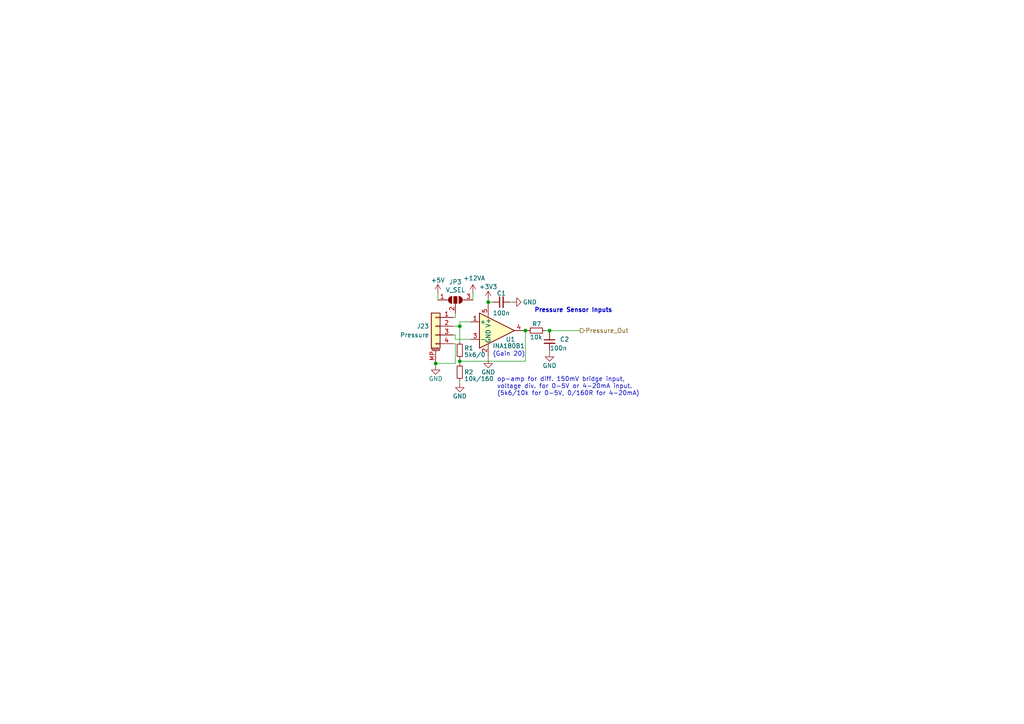
<source format=kicad_sch>
(kicad_sch (version 20211123) (generator eeschema)
  (paper "A4")
  (lib_symbols
    (symbol "Connector_Generic_MountingPin:Conn_01x04_MountingPin" (pin_names (offset 1.016) hide)
      (property "Reference" "J" (at 0 5.08 0))
      (property "Value" "Conn_01x04_MountingPin" (at 1.27 -7.62 0))
      (symbol "Conn_01x04_MountingPin_1_1"
        (rectangle (start -1.27 -4.953) (end 0 -5.207) (stroke (width 0.1524)))
        (rectangle (start -1.27 -2.413) (end 0 -2.667) (stroke (width 0.1524)))
        (rectangle (start -1.27 0.127) (end 0 -0.127) (stroke (width 0.1524)))
        (rectangle (start -1.27 2.667) (end 0 2.413) (stroke (width 0.1524)))
        (rectangle (start -1.27 3.81) (end 1.27 -6.35) (stroke (width 0.254)) (fill (type background)))
        (polyline (pts (xy -1.016 -7.112) (xy 1.016 -7.112)) (stroke (width 0.1524)))
        (text "Mounting" (at 0 -6.731 0) (effects (font (size 0.381 0.381))))
        (pin passive line (at -5.08 2.54 0) (length 3.81) (name "Pin_1") (number "1"))
        (pin passive line (at -5.08 0 0) (length 3.81) (name "Pin_2") (number "2"))
        (pin passive line (at -5.08 -2.54 0) (length 3.81) (name "Pin_3") (number "3"))
        (pin passive line (at -5.08 -5.08 0) (length 3.81) (name "Pin_4") (number "4"))
        (pin passive line (at 0 -10.16 90) (length 3.048) (name "MountPin") (number "MP"))
      )
    )
    (symbol "Device:C_Small" (pin_numbers hide) (pin_names (offset 0.254) hide)
      (property "Reference" "C" (at 0.254 1.778 0))
      (property "Value" "C_Small" (at 0.254 -2.032 0))
      (symbol "C_Small_0_1"
        (polyline (pts (xy -1.524 -0.508) (xy 1.524 -0.508)) (stroke (width 0.3302)))
        (polyline (pts (xy -1.524 0.508) (xy 1.524 0.508)) (stroke (width 0.3048)))
      )
      (symbol "C_Small_1_1"
        (pin passive line (at 0 2.54 270) (length 2.032) (name "~") (number "1"))
        (pin passive line (at 0 -2.54 90) (length 2.032) (name "~") (number "2"))
      )
    )
    (symbol "Device:R_Small" (pin_numbers hide) (pin_names (offset 0.254) hide)
      (property "Reference" "R" (at 0.762 0.508 0))
      (property "Value" "R_Small" (at 0.762 -1.016 0))
      (symbol "R_Small_0_1"
        (rectangle (start -0.762 1.778) (end 0.762 -1.778) (stroke (width 0.2032)))
      )
      (symbol "R_Small_1_1"
        (pin passive line (at 0 2.54 270) (length 0.762) (name "~") (number "1"))
        (pin passive line (at 0 -2.54 90) (length 0.762) (name "~") (number "2"))
      )
    )
    (symbol "Jumper:SolderJumper_3_Open" (pin_names (offset 0) hide)
      (property "Reference" "JP" (at -2.54 -2.54 0))
      (property "Value" "SolderJumper_3_Open" (at 0 2.794 0))
      (symbol "SolderJumper_3_Open_0_1"
        (arc (start -1.016 1.016) (mid -2.032 0) (end -1.016 -1.016))
        (arc (start -1.016 1.016) (mid -2.032 0) (end -1.016 -1.016) (fill (type outline)))
        (rectangle (start -0.508 1.016) (end 0.508 -1.016) (fill (type outline)))
        (polyline (pts (xy -2.54 0) (xy -2.032 0)))
        (polyline (pts (xy -1.016 1.016) (xy -1.016 -1.016)))
        (polyline (pts (xy 0 -1.27) (xy 0 -1.016)))
        (polyline (pts (xy 1.016 1.016) (xy 1.016 -1.016)))
        (polyline (pts (xy 2.54 0) (xy 2.032 0)))
        (arc (start 1.016 -1.016) (mid 2.032 0) (end 1.016 1.016))
        (arc (start 1.016 -1.016) (mid 2.032 0) (end 1.016 1.016) (fill (type outline)))
      )
      (symbol "SolderJumper_3_Open_1_1"
        (pin passive line (at -5.08 0 0) (length 2.54) (name "A") (number "1"))
        (pin input line (at 0 -3.81 90) (length 2.54) (name "C") (number "2"))
        (pin passive line (at 5.08 0 180) (length 2.54) (name "B") (number "3"))
      )
    )
    (symbol "TXV_LIB:INA180B" (pin_names (offset 0.127))
      (property "Reference" "U" (at 3.81 3.81 0))
      (property "Value" "INA180B" (at 3.81 -2.54 0))
      (symbol "INA180B_0_1"
        (polyline (pts (xy 5.08 0) (xy -5.08 5.08) (xy -5.08 -5.08) (xy 5.08 0)) (stroke (width 0.254)) (fill (type background)))
      )
      (symbol "INA180B_1_1"
        (pin input line (at -7.62 2.54 0) (length 2.54) (name "+") (number "1"))
        (pin power_in line (at -2.54 -7.62 90) (length 3.81) (name "GND") (number "2"))
        (pin input line (at -7.62 -2.54 0) (length 2.54) (name "-") (number "3"))
        (pin output line (at 7.62 0 180) (length 2.54) (name "~") (number "4"))
        (pin power_in line (at -2.54 7.62 270) (length 3.81) (name "V+") (number "5"))
      )
    )
    (symbol "power:+12VA" (power) (pin_names (offset 0))
      (property "Value" "+12VA" (at 0 3.556 0))
      (symbol "+12VA_0_1"
        (polyline (pts (xy -0.762 1.27) (xy 0 2.54)))
        (polyline (pts (xy 0 0) (xy 0 2.54)))
        (polyline (pts (xy 0 2.54) (xy 0.762 1.27)))
      )
      (symbol "+12VA_1_1"
        (pin power_in line (at 0 0 90) (length 0) hide (name "+12VA") (number "1"))
      )
    )
    (symbol "power:+3V3" (power) (pin_names (offset 0))
      (property "Value" "+3V3" (at 0 3.556 0))
      (symbol "+3V3_0_1"
        (polyline (pts (xy -0.762 1.27) (xy 0 2.54)))
        (polyline (pts (xy 0 0) (xy 0 2.54)))
        (polyline (pts (xy 0 2.54) (xy 0.762 1.27)))
      )
      (symbol "+3V3_1_1"
        (pin power_in line (at 0 0 90) (length 0) hide (name "+3V3") (number "1"))
      )
    )
    (symbol "power:+5V" (power) (pin_names (offset 0))
      (property "Value" "+5V" (at 0 3.556 0))
      (symbol "+5V_0_1"
        (polyline (pts (xy -0.762 1.27) (xy 0 2.54)))
        (polyline (pts (xy 0 0) (xy 0 2.54)))
        (polyline (pts (xy 0 2.54) (xy 0.762 1.27)))
      )
      (symbol "+5V_1_1"
        (pin power_in line (at 0 0 90) (length 0) hide (name "+5V") (number "1"))
      )
    )
    (symbol "power:GND" (power) (pin_names (offset 0))
      (property "Value" "GND" (at 0 -3.81 0))
      (symbol "GND_0_1"
        (polyline (pts (xy 0 0) (xy 0 -1.27) (xy 1.27 -1.27) (xy 0 -2.54) (xy -1.27 -1.27) (xy 0 -1.27)))
      )
      (symbol "GND_1_1"
        (pin power_in line (at 0 0 270) (length 0) hide (name "GND") (number "1"))
      )
    )
  )
  (junction (at 133.35 94.615))
  (junction (at 141.605 87.63))
  (junction (at 159.385 95.885))
  (junction (at 133.35 104.775))
  (junction (at 152.4 95.885))
  (junction (at 126.365 105.41))
  (wire (pts (xy 142.875 87.63) (xy 141.605 87.63)))
  (wire (pts (xy 141.605 88.265) (xy 141.605 87.63)))
  (wire (pts (xy 133.35 93.345) (xy 136.525 93.345)))
  (wire (pts (xy 152.4 95.885) (xy 151.765 95.885)))
  (wire (pts (xy 133.35 111.125) (xy 133.35 110.49)))
  (wire (pts (xy 133.35 104.775) (xy 133.35 105.41)))
  (wire (pts (xy 126.365 105.41) (xy 132.08 105.41)))
  (wire (pts (xy 133.35 94.615) (xy 131.445 94.615)))
  (wire (pts (xy 158.115 95.885) (xy 159.385 95.885)))
  (wire (pts (xy 133.35 93.345) (xy 133.35 94.615)))
  (wire (pts (xy 132.08 105.41) (xy 132.08 99.695)))
  (wire (pts (xy 152.4 104.775) (xy 152.4 95.885)))
  (wire (pts (xy 132.08 98.425) (xy 136.525 98.425)))
  (wire (pts (xy 133.35 104.775) (xy 152.4 104.775)))
  (wire (pts (xy 159.385 95.885) (xy 168.275 95.885)))
  (wire (pts (xy 153.035 95.885) (xy 152.4 95.885)))
  (wire (pts (xy 132.08 90.805) (xy 132.08 92.075)))
  (wire (pts (xy 127 85.09) (xy 127 86.995)))
  (wire (pts (xy 126.365 105.41) (xy 126.365 106.045)))
  (wire (pts (xy 132.08 99.695) (xy 131.445 99.695)))
  (wire (pts (xy 159.385 95.885) (xy 159.385 96.52)))
  (wire (pts (xy 148.59 87.63) (xy 147.955 87.63)))
  (wire (pts (xy 133.35 94.615) (xy 133.35 99.06)))
  (wire (pts (xy 132.08 92.075) (xy 131.445 92.075)))
  (wire (pts (xy 132.08 97.155) (xy 131.445 97.155)))
  (wire (pts (xy 133.35 104.14) (xy 133.35 104.775)))
  (wire (pts (xy 132.08 98.425) (xy 132.08 97.155)))
  (wire (pts (xy 137.16 85.09) (xy 137.16 86.995)))
  (wire (pts (xy 141.605 87.63) (xy 141.605 86.995)))
  (wire (pts (xy 126.365 104.775) (xy 126.365 105.41)))
  (wire (pts (xy 159.385 102.235) (xy 159.385 101.6)))
  (wire (pts (xy 141.605 104.14) (xy 141.605 103.505)))
  (text "op-amp for diff. 150mV bridge input,\nvoltage div. for 0-5V or 4-20mA input.\n(5k6/10k for 0-5V, 0/160R for 4-20mA)" (at 144.145 114.935 0) (effects (font (size 1.27 1.27)) (justify left bottom)))
  (text "Pressure Sensor Inputs" (at 154.94 90.805 0) (effects (font (size 1.27 1.27) (thickness 0.254) bold) (justify left bottom)))
  (text "(Gain 20)" (at 142.875 103.505 0) (effects (font (size 1.27 1.27)) (justify left bottom)))
  (hierarchical_label "Pressure_Out" (shape output) (at 168.275 95.885 0))
  (symbol (lib_id "power:GND") (at 126.365 106.045 0) (mirror y)
    (property "Reference" "#PWR0154" (effects hide))
    (property "Value" "GND" (at 126.365 109.855 0))
  )
  (symbol (lib_id "TXV_LIB:INA180B") (at 144.145 95.885 0)
    (property "Reference" "U1" (at 146.685 98.425 0) (effects (justify left)))
    (property "Value" "INA180B1" (at 142.875 100.33 0) (effects (justify left)))
    (property "Footprint" "Package_TO_SOT_SMD:SOT-23-5" (effects hide))
    (property "Datasheet" "https://www.ti.com/lit/ds/symlink/ina180.pdf?HQS=TI-null-null-mousermode-df-pf-null-wwe&ts=1600565622363&ref_url=https%253A%252F%252Fwww.mouser.at%252F" (effects hide))
  )
  (symbol (lib_id "Device:C_Small") (at 145.415 87.63 90)
    (property "Reference" "C1" (at 145.415 85.09 90))
    (property "Value" "100n" (at 145.415 90.805 90))
    (property "Footprint" "Capacitor_SMD:C_0402_1005Metric" (effects hide))
  )
  (symbol (lib_id "power:GND") (at 141.605 104.14 0)
    (property "Reference" "#PWR0155" (effects hide))
    (property "Value" "GND" (at 141.605 107.95 0))
  )
  (symbol (lib_id "Device:R_Small") (at 133.35 101.6 0)
    (property "Reference" "R1" (at 134.62 100.965 0) (effects (justify left)))
    (property "Value" "5k6/0" (at 134.62 102.87 0) (effects (justify left)))
    (property "Footprint" "Resistor_SMD:R_0603_1608Metric" (effects hide))
  )
  (symbol (lib_id "Device:R_Small") (at 133.35 107.95 0)
    (property "Reference" "R2" (at 134.62 107.95 0) (effects (justify left)))
    (property "Value" "10k/160" (at 134.62 109.855 0) (effects (justify left)))
    (property "Footprint" "Resistor_SMD:R_0603_1608Metric" (effects hide))
  )
  (symbol (lib_id "power:GND") (at 133.35 111.125 0)
    (property "Reference" "#PWR0156" (effects hide))
    (property "Value" "GND" (at 133.35 114.935 0))
  )
  (symbol (lib_id "Jumper:SolderJumper_3_Open") (at 132.08 86.995 0)
    (property "Reference" "JP3" (at 132.08 81.788 0))
    (property "Value" "V_SEL" (at 132.08 84.0994 0))
    (property "Footprint" "Jumper:SolderJumper-3_P1.3mm_Open_RoundedPad1.0x1.5mm" (effects hide))
  )
  (symbol (lib_id "Connector_Generic_MountingPin:Conn_01x04_MountingPin") (at 126.365 94.615 0) (mirror y)
    (property "Reference" "J23" (at 124.46 94.615 0) (effects (justify left)))
    (property "Value" "Pressure" (at 124.46 97.155 0) (effects (justify left)))
    (property "Footprint" "Connector_JST:JST_GH_BM04B-GHS-TBT_1x04-1MP_P1.25mm_Vertical" (effects hide))
  )
  (symbol (lib_id "power:GND") (at 148.59 87.63 90) (mirror x)
    (property "Reference" "#PWR0157" (effects hide))
    (property "Value" "GND" (at 153.67 87.63 90))
  )
  (symbol (lib_id "Device:R_Small") (at 155.575 95.885 90) (mirror x)
    (property "Reference" "R7" (at 154.305 93.98 90) (effects (justify right)))
    (property "Value" "10k" (at 153.67 97.79 90) (effects (justify right)))
    (property "Footprint" "Resistor_SMD:R_0603_1608Metric" (effects hide))
  )
  (symbol (lib_id "power:GND") (at 159.385 102.235 0)
    (property "Reference" "#PWR0158" (effects hide))
    (property "Value" "GND" (at 159.385 106.045 0))
  )
  (symbol (lib_id "Device:C_Small") (at 159.385 99.06 0) (mirror y)
    (property "Reference" "C2" (at 165.1 98.425 0) (effects (justify left)))
    (property "Value" "100n" (at 164.465 100.965 0) (effects (justify left)))
    (property "Footprint" "Capacitor_SMD:C_0402_1005Metric" (effects hide))
  )
  (symbol (lib_id "power:+3V3") (at 141.605 86.995 0)
    (property "Reference" "#PWR0160" (effects hide))
    (property "Value" "+3V3" (at 141.605 83.185 0))
  )
  (symbol (lib_id "power:+5V") (at 127 85.09 0)
    (property "Reference" "#PWR0161" (effects hide))
    (property "Value" "+5V" (at 127 81.28 0))
  )
  (symbol (lib_id "power:+12VA") (at 137.16 85.09 0)
    (property "Reference" "#PWR0213" (effects hide))
    (property "Value" "+12VA" (at 137.541 80.6958 0))
  )
)
</source>
